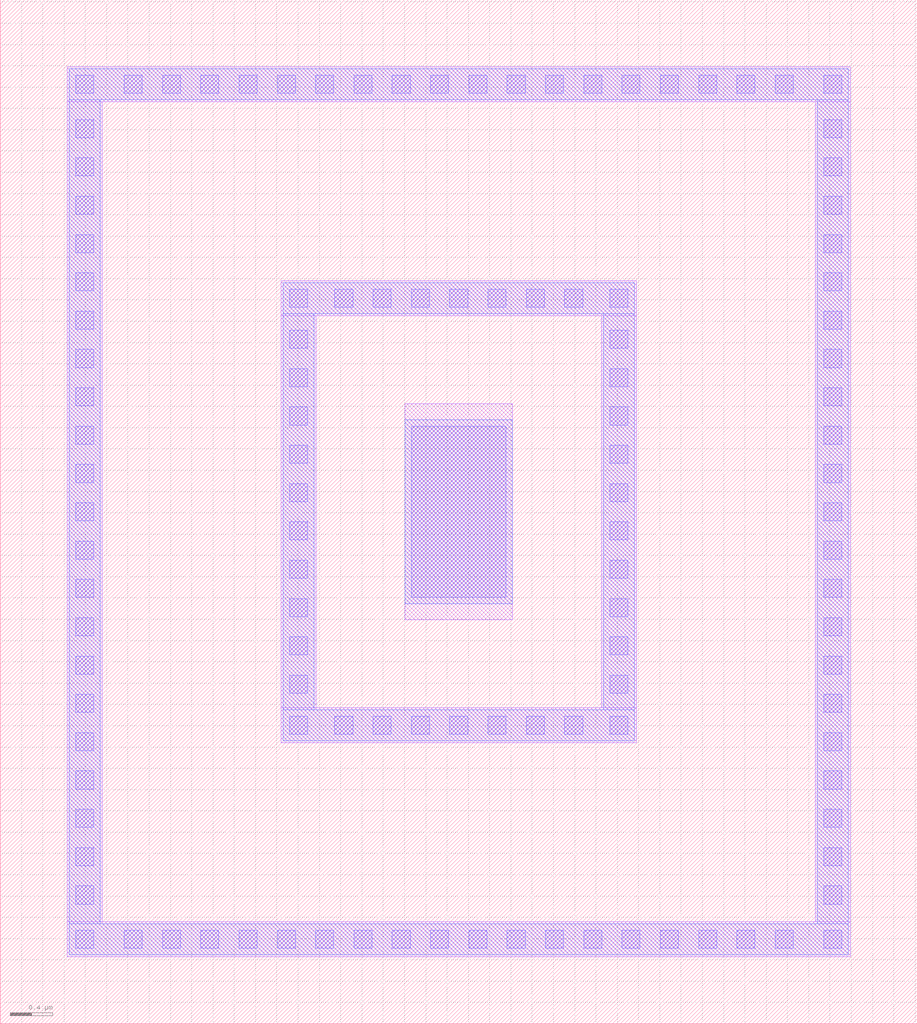
<source format=lef>
# Copyright 2020 The SkyWater PDK Authors
#
# Licensed under the Apache License, Version 2.0 (the "License");
# you may not use this file except in compliance with the License.
# You may obtain a copy of the License at
#
#     https://www.apache.org/licenses/LICENSE-2.0
#
# Unless required by applicable law or agreed to in writing, software
# distributed under the License is distributed on an "AS IS" BASIS,
# WITHOUT WARRANTIES OR CONDITIONS OF ANY KIND, either express or implied.
# See the License for the specific language governing permissions and
# limitations under the License.
#
# SPDX-License-Identifier: Apache-2.0

VERSION 5.7 ;
  NOWIREEXTENSIONATPIN ON ;
  DIVIDERCHAR "/" ;
  BUSBITCHARS "[]" ;
MACRO sky130_fd_pr__rf_npn_05v5_W1p00L2p00
  CLASS BLOCK ;
  FOREIGN sky130_fd_pr__rf_npn_05v5_W1p00L2p00 ;
  ORIGIN  0.000000  0.000000 ;
  SIZE  8.620000 BY  9.620000 ;
  OBS
    LAYER li1 ;
      RECT 0.630000 0.630000 7.990000 0.960000 ;
      RECT 0.630000 0.960000 0.960000 8.660000 ;
      RECT 0.630000 8.660000 7.990000 8.990000 ;
      RECT 2.640000 2.640000 5.980000 2.970000 ;
      RECT 2.640000 2.970000 2.970000 6.650000 ;
      RECT 2.640000 6.650000 5.980000 6.980000 ;
      RECT 3.805000 3.795000 4.815000 5.825000 ;
      RECT 5.650000 2.970000 5.980000 6.650000 ;
      RECT 7.660000 0.960000 7.990000 8.660000 ;
    LAYER mcon ;
      RECT 0.710000 0.710000 0.880000 0.880000 ;
      RECT 0.710000 1.125000 0.880000 1.295000 ;
      RECT 0.710000 1.485000 0.880000 1.655000 ;
      RECT 0.710000 1.845000 0.880000 2.015000 ;
      RECT 0.710000 2.205000 0.880000 2.375000 ;
      RECT 0.710000 2.565000 0.880000 2.735000 ;
      RECT 0.710000 2.925000 0.880000 3.095000 ;
      RECT 0.710000 3.285000 0.880000 3.455000 ;
      RECT 0.710000 3.645000 0.880000 3.815000 ;
      RECT 0.710000 4.005000 0.880000 4.175000 ;
      RECT 0.710000 4.365000 0.880000 4.535000 ;
      RECT 0.710000 4.725000 0.880000 4.895000 ;
      RECT 0.710000 5.085000 0.880000 5.255000 ;
      RECT 0.710000 5.445000 0.880000 5.615000 ;
      RECT 0.710000 5.805000 0.880000 5.975000 ;
      RECT 0.710000 6.165000 0.880000 6.335000 ;
      RECT 0.710000 6.525000 0.880000 6.695000 ;
      RECT 0.710000 6.885000 0.880000 7.055000 ;
      RECT 0.710000 7.245000 0.880000 7.415000 ;
      RECT 0.710000 7.605000 0.880000 7.775000 ;
      RECT 0.710000 7.965000 0.880000 8.135000 ;
      RECT 0.710000 8.325000 0.880000 8.495000 ;
      RECT 0.710000 8.740000 0.880000 8.910000 ;
      RECT 1.165000 0.710000 1.335000 0.880000 ;
      RECT 1.165000 8.740000 1.335000 8.910000 ;
      RECT 1.525000 0.710000 1.695000 0.880000 ;
      RECT 1.525000 8.740000 1.695000 8.910000 ;
      RECT 1.885000 0.710000 2.055000 0.880000 ;
      RECT 1.885000 8.740000 2.055000 8.910000 ;
      RECT 2.245000 0.710000 2.415000 0.880000 ;
      RECT 2.245000 8.740000 2.415000 8.910000 ;
      RECT 2.605000 0.710000 2.775000 0.880000 ;
      RECT 2.605000 8.740000 2.775000 8.910000 ;
      RECT 2.720000 2.720000 2.890000 2.890000 ;
      RECT 2.720000 3.105000 2.890000 3.275000 ;
      RECT 2.720000 3.465000 2.890000 3.635000 ;
      RECT 2.720000 3.825000 2.890000 3.995000 ;
      RECT 2.720000 4.185000 2.890000 4.355000 ;
      RECT 2.720000 4.545000 2.890000 4.715000 ;
      RECT 2.720000 4.905000 2.890000 5.075000 ;
      RECT 2.720000 5.265000 2.890000 5.435000 ;
      RECT 2.720000 5.625000 2.890000 5.795000 ;
      RECT 2.720000 5.985000 2.890000 6.155000 ;
      RECT 2.720000 6.345000 2.890000 6.515000 ;
      RECT 2.720000 6.730000 2.890000 6.900000 ;
      RECT 2.965000 0.710000 3.135000 0.880000 ;
      RECT 2.965000 8.740000 3.135000 8.910000 ;
      RECT 3.145000 2.720000 3.315000 2.890000 ;
      RECT 3.145000 6.730000 3.315000 6.900000 ;
      RECT 3.325000 0.710000 3.495000 0.880000 ;
      RECT 3.325000 8.740000 3.495000 8.910000 ;
      RECT 3.505000 2.720000 3.675000 2.890000 ;
      RECT 3.505000 6.730000 3.675000 6.900000 ;
      RECT 3.685000 0.710000 3.855000 0.880000 ;
      RECT 3.685000 8.740000 3.855000 8.910000 ;
      RECT 3.865000 2.720000 4.035000 2.890000 ;
      RECT 3.865000 4.005000 4.755000 5.615000 ;
      RECT 3.865000 6.730000 4.035000 6.900000 ;
      RECT 4.045000 0.710000 4.215000 0.880000 ;
      RECT 4.045000 8.740000 4.215000 8.910000 ;
      RECT 4.225000 2.720000 4.395000 2.890000 ;
      RECT 4.225000 6.730000 4.395000 6.900000 ;
      RECT 4.405000 0.710000 4.575000 0.880000 ;
      RECT 4.405000 8.740000 4.575000 8.910000 ;
      RECT 4.585000 2.720000 4.755000 2.890000 ;
      RECT 4.585000 6.730000 4.755000 6.900000 ;
      RECT 4.765000 0.710000 4.935000 0.880000 ;
      RECT 4.765000 8.740000 4.935000 8.910000 ;
      RECT 4.945000 2.720000 5.115000 2.890000 ;
      RECT 4.945000 6.730000 5.115000 6.900000 ;
      RECT 5.125000 0.710000 5.295000 0.880000 ;
      RECT 5.125000 8.740000 5.295000 8.910000 ;
      RECT 5.305000 2.720000 5.475000 2.890000 ;
      RECT 5.305000 6.730000 5.475000 6.900000 ;
      RECT 5.485000 0.710000 5.655000 0.880000 ;
      RECT 5.485000 8.740000 5.655000 8.910000 ;
      RECT 5.730000 2.720000 5.900000 2.890000 ;
      RECT 5.730000 3.105000 5.900000 3.275000 ;
      RECT 5.730000 3.465000 5.900000 3.635000 ;
      RECT 5.730000 3.825000 5.900000 3.995000 ;
      RECT 5.730000 4.185000 5.900000 4.355000 ;
      RECT 5.730000 4.545000 5.900000 4.715000 ;
      RECT 5.730000 4.905000 5.900000 5.075000 ;
      RECT 5.730000 5.265000 5.900000 5.435000 ;
      RECT 5.730000 5.625000 5.900000 5.795000 ;
      RECT 5.730000 5.985000 5.900000 6.155000 ;
      RECT 5.730000 6.345000 5.900000 6.515000 ;
      RECT 5.730000 6.730000 5.900000 6.900000 ;
      RECT 5.845000 0.710000 6.015000 0.880000 ;
      RECT 5.845000 8.740000 6.015000 8.910000 ;
      RECT 6.205000 0.710000 6.375000 0.880000 ;
      RECT 6.205000 8.740000 6.375000 8.910000 ;
      RECT 6.565000 0.710000 6.735000 0.880000 ;
      RECT 6.565000 8.740000 6.735000 8.910000 ;
      RECT 6.925000 0.710000 7.095000 0.880000 ;
      RECT 6.925000 8.740000 7.095000 8.910000 ;
      RECT 7.285000 0.710000 7.455000 0.880000 ;
      RECT 7.285000 8.740000 7.455000 8.910000 ;
      RECT 7.740000 0.710000 7.910000 0.880000 ;
      RECT 7.740000 1.125000 7.910000 1.295000 ;
      RECT 7.740000 1.485000 7.910000 1.655000 ;
      RECT 7.740000 1.845000 7.910000 2.015000 ;
      RECT 7.740000 2.205000 7.910000 2.375000 ;
      RECT 7.740000 2.565000 7.910000 2.735000 ;
      RECT 7.740000 2.925000 7.910000 3.095000 ;
      RECT 7.740000 3.285000 7.910000 3.455000 ;
      RECT 7.740000 3.645000 7.910000 3.815000 ;
      RECT 7.740000 4.005000 7.910000 4.175000 ;
      RECT 7.740000 4.365000 7.910000 4.535000 ;
      RECT 7.740000 4.725000 7.910000 4.895000 ;
      RECT 7.740000 5.085000 7.910000 5.255000 ;
      RECT 7.740000 5.445000 7.910000 5.615000 ;
      RECT 7.740000 5.805000 7.910000 5.975000 ;
      RECT 7.740000 6.165000 7.910000 6.335000 ;
      RECT 7.740000 6.525000 7.910000 6.695000 ;
      RECT 7.740000 6.885000 7.910000 7.055000 ;
      RECT 7.740000 7.245000 7.910000 7.415000 ;
      RECT 7.740000 7.605000 7.910000 7.775000 ;
      RECT 7.740000 7.965000 7.910000 8.135000 ;
      RECT 7.740000 8.325000 7.910000 8.495000 ;
      RECT 7.740000 8.740000 7.910000 8.910000 ;
    LAYER met1 ;
      RECT 0.650000 0.650000 7.970000 0.940000 ;
      RECT 0.650000 0.940000 0.940000 8.680000 ;
      RECT 0.650000 8.680000 7.970000 8.970000 ;
      RECT 2.660000 2.660000 5.960000 2.950000 ;
      RECT 2.660000 2.950000 2.950000 6.670000 ;
      RECT 2.660000 6.670000 5.960000 6.960000 ;
      RECT 3.805000 3.945000 4.815000 5.675000 ;
      RECT 5.670000 2.950000 5.960000 6.670000 ;
      RECT 7.680000 0.940000 7.970000 8.680000 ;
  END
END sky130_fd_pr__rf_npn_05v5_W1p00L2p00
END LIBRARY

</source>
